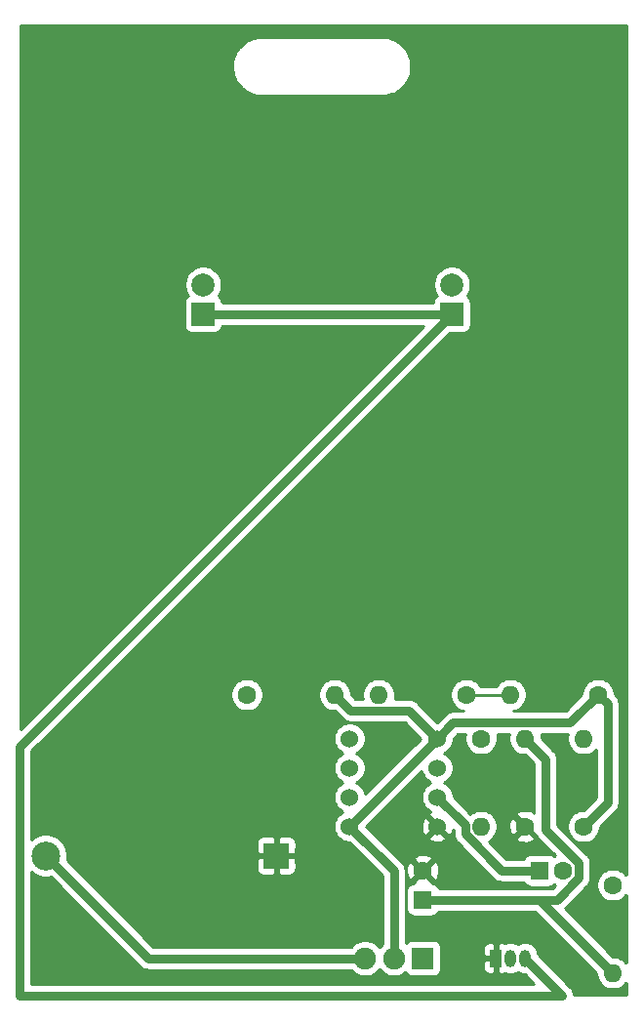
<source format=gtl>
%TF.GenerationSoftware,KiCad,Pcbnew,(5.1.6)-1*%
%TF.CreationDate,2020-09-04T19:50:29+05:30*%
%TF.ProjectId,555_badge,3535355f-6261-4646-9765-2e6b69636164,v01*%
%TF.SameCoordinates,Original*%
%TF.FileFunction,Copper,L1,Top*%
%TF.FilePolarity,Positive*%
%FSLAX46Y46*%
G04 Gerber Fmt 4.6, Leading zero omitted, Abs format (unit mm)*
G04 Created by KiCad (PCBNEW (5.1.6)-1) date 2020-09-04 19:50:29*
%MOMM*%
%LPD*%
G01*
G04 APERTURE LIST*
%TA.AperFunction,ComponentPad*%
%ADD10R,2.170000X2.170000*%
%TD*%
%TA.AperFunction,ComponentPad*%
%ADD11C,2.500000*%
%TD*%
%TA.AperFunction,ComponentPad*%
%ADD12R,1.600000X1.600000*%
%TD*%
%TA.AperFunction,ComponentPad*%
%ADD13C,1.600000*%
%TD*%
%TA.AperFunction,ComponentPad*%
%ADD14C,2.000000*%
%TD*%
%TA.AperFunction,ComponentPad*%
%ADD15R,2.000000X2.000000*%
%TD*%
%TA.AperFunction,ComponentPad*%
%ADD16O,1.000000X1.500000*%
%TD*%
%TA.AperFunction,ComponentPad*%
%ADD17R,1.000000X1.500000*%
%TD*%
%TA.AperFunction,ComponentPad*%
%ADD18O,1.600000X1.600000*%
%TD*%
%TA.AperFunction,ComponentPad*%
%ADD19R,1.900000X1.900000*%
%TD*%
%TA.AperFunction,ComponentPad*%
%ADD20C,1.900000*%
%TD*%
%TA.AperFunction,ComponentPad*%
%ADD21C,1.524000*%
%TD*%
%TA.AperFunction,Conductor*%
%ADD22C,0.762000*%
%TD*%
%TA.AperFunction,Conductor*%
%ADD23C,0.250000*%
%TD*%
%TA.AperFunction,Conductor*%
%ADD24C,0.254000*%
%TD*%
G04 APERTURE END LIST*
D10*
%TO.P,BAT1,Neg*%
%TO.N,GND*%
X149860000Y-114300000D03*
D11*
%TO.P,BAT1,Pos*%
%TO.N,Net-(BAT1-PadPos)*%
X129860000Y-114300000D03*
%TD*%
D12*
%TO.P,C1,1*%
%TO.N,Net-(C1-Pad1)*%
X172720000Y-115570000D03*
D13*
%TO.P,C1,2*%
%TO.N,GND*%
X174720000Y-115570000D03*
%TD*%
D12*
%TO.P,C2,1*%
%TO.N,Net-(C2-Pad1)*%
X162560000Y-118110000D03*
D13*
%TO.P,C2,2*%
%TO.N,GND*%
X162560000Y-115610000D03*
%TD*%
D14*
%TO.P,D1,2*%
%TO.N,Net-(D1-Pad2)*%
X143510000Y-64770000D03*
D15*
%TO.P,D1,1*%
%TO.N,Net-(D1-Pad1)*%
X143510000Y-67310000D03*
%TD*%
%TO.P,D2,1*%
%TO.N,Net-(D1-Pad1)*%
X165100000Y-67310000D03*
D14*
%TO.P,D2,2*%
%TO.N,Net-(D2-Pad2)*%
X165100000Y-64770000D03*
%TD*%
D16*
%TO.P,Q1,2*%
%TO.N,Net-(Q1-Pad2)*%
X170180000Y-123190000D03*
%TO.P,Q1,3*%
%TO.N,Net-(D1-Pad1)*%
X171450000Y-123190000D03*
D17*
%TO.P,Q1,1*%
%TO.N,GND*%
X168910000Y-123190000D03*
%TD*%
D13*
%TO.P,R1,1*%
%TO.N,VCC*%
X177800000Y-100330000D03*
D18*
%TO.P,R1,2*%
%TO.N,Net-(R1-Pad2)*%
X170180000Y-100330000D03*
%TD*%
%TO.P,R2,2*%
%TO.N,Net-(C1-Pad1)*%
X158750000Y-100330000D03*
D13*
%TO.P,R2,1*%
%TO.N,Net-(R1-Pad2)*%
X166370000Y-100330000D03*
%TD*%
D18*
%TO.P,R3,2*%
%TO.N,Net-(R3-Pad2)*%
X167640000Y-111760000D03*
D13*
%TO.P,R3,1*%
%TO.N,Net-(C2-Pad1)*%
X167640000Y-104140000D03*
%TD*%
%TO.P,R4,1*%
%TO.N,GND*%
X171450000Y-111760000D03*
D18*
%TO.P,R4,2*%
%TO.N,Net-(C2-Pad1)*%
X171450000Y-104140000D03*
%TD*%
D13*
%TO.P,R5,1*%
%TO.N,Net-(Q1-Pad2)*%
X179070000Y-116840000D03*
D18*
%TO.P,R5,2*%
%TO.N,Net-(C2-Pad1)*%
X179070000Y-124460000D03*
%TD*%
%TO.P,R6,2*%
%TO.N,VCC*%
X154940000Y-100330000D03*
D13*
%TO.P,R6,1*%
%TO.N,Net-(D1-Pad2)*%
X147320000Y-100330000D03*
%TD*%
%TO.P,R7,1*%
%TO.N,VCC*%
X176530000Y-111760000D03*
D18*
%TO.P,R7,2*%
%TO.N,Net-(D2-Pad2)*%
X176530000Y-104140000D03*
%TD*%
D19*
%TO.P,S1,1*%
%TO.N,Net-(S1-Pad1)*%
X162560000Y-123190000D03*
D20*
%TO.P,S1,2*%
%TO.N,VCC*%
X160060000Y-123190000D03*
%TO.P,S1,3*%
%TO.N,Net-(BAT1-PadPos)*%
X157560000Y-123190000D03*
%TD*%
D21*
%TO.P,U1,1*%
%TO.N,GND*%
X163830000Y-111760000D03*
%TO.P,U1,2*%
%TO.N,Net-(C1-Pad1)*%
X163830000Y-109220000D03*
%TO.P,U1,3*%
%TO.N,Net-(R3-Pad2)*%
X163830000Y-106680000D03*
%TO.P,U1,4*%
%TO.N,VCC*%
X163830000Y-104140000D03*
%TO.P,U1,5*%
%TO.N,Net-(U1-Pad5)*%
X156210000Y-104140000D03*
%TO.P,U1,6*%
%TO.N,Net-(C1-Pad1)*%
X156210000Y-106680000D03*
%TO.P,U1,7*%
%TO.N,Net-(U1-Pad7)*%
X156210000Y-109220000D03*
%TO.P,U1,8*%
%TO.N,VCC*%
X156210000Y-111760000D03*
%TD*%
D22*
%TO.N,Net-(BAT1-PadPos)*%
X138750000Y-123190000D02*
X157560000Y-123190000D01*
X129860000Y-114300000D02*
X138750000Y-123190000D01*
%TO.N,Net-(C1-Pad1)*%
X169406118Y-115570000D02*
X172720000Y-115570000D01*
X166258999Y-112422881D02*
X169406118Y-115570000D01*
X166258999Y-111648999D02*
X166258999Y-112422881D01*
X163830000Y-109220000D02*
X166258999Y-111648999D01*
%TO.N,Net-(C2-Pad1)*%
X172720000Y-118110000D02*
X179070000Y-124460000D01*
X162560000Y-118110000D02*
X172720000Y-118110000D01*
X174223882Y-118110000D02*
X172720000Y-118110000D01*
X176101001Y-116232881D02*
X174223882Y-118110000D01*
X176101001Y-114907119D02*
X176101001Y-116232881D01*
X173228000Y-112034118D02*
X176101001Y-114907119D01*
X173228000Y-105918000D02*
X173228000Y-112034118D01*
X171450000Y-104140000D02*
X173228000Y-105918000D01*
%TO.N,Net-(D1-Pad1)*%
X127593710Y-104816290D02*
X165100000Y-67310000D01*
X127593710Y-126406290D02*
X127593710Y-104816290D01*
X174666290Y-126406290D02*
X127593710Y-126406290D01*
X171450000Y-123190000D02*
X174666290Y-126406290D01*
X143510000Y-67310000D02*
X165100000Y-67310000D01*
%TO.N,VCC*%
X160060000Y-115610000D02*
X156210000Y-111760000D01*
X160060000Y-123190000D02*
X160060000Y-115610000D01*
X156210000Y-111760000D02*
X163830000Y-104140000D01*
X161401001Y-101711001D02*
X163830000Y-104140000D01*
X156321001Y-101711001D02*
X161401001Y-101711001D01*
X154940000Y-100330000D02*
X156321001Y-101711001D01*
X165211001Y-102758999D02*
X163830000Y-104140000D01*
X175371001Y-102758999D02*
X165211001Y-102758999D01*
X177800000Y-100330000D02*
X175371001Y-102758999D01*
X178599999Y-109690001D02*
X176530000Y-111760000D01*
X178599999Y-101129999D02*
X178599999Y-109690001D01*
X177800000Y-100330000D02*
X178599999Y-101129999D01*
X160528000Y-123190000D02*
X160060000Y-123190000D01*
D23*
%TO.N,Net-(R1-Pad2)*%
X166370000Y-100330000D02*
X170180000Y-100330000D01*
%TD*%
D24*
%TO.N,GND*%
G36*
X162486686Y-107087490D02*
G01*
X162591995Y-107341727D01*
X162744880Y-107570535D01*
X162939465Y-107765120D01*
X163168273Y-107918005D01*
X163245515Y-107950000D01*
X163168273Y-107981995D01*
X162939465Y-108134880D01*
X162744880Y-108329465D01*
X162591995Y-108558273D01*
X162486686Y-108812510D01*
X162433000Y-109082408D01*
X162433000Y-109357592D01*
X162486686Y-109627490D01*
X162591995Y-109881727D01*
X162744880Y-110110535D01*
X162939465Y-110305120D01*
X163168273Y-110458005D01*
X163239943Y-110487692D01*
X163226977Y-110492364D01*
X163111020Y-110554344D01*
X163044040Y-110794435D01*
X163830000Y-111580395D01*
X163844143Y-111566253D01*
X164023748Y-111745858D01*
X164009605Y-111760000D01*
X164795565Y-112545960D01*
X165035656Y-112478980D01*
X165152756Y-112229952D01*
X165202524Y-112029365D01*
X165242999Y-112069840D01*
X165242999Y-112372979D01*
X165238084Y-112422881D01*
X165257701Y-112622051D01*
X165305893Y-112780915D01*
X165315798Y-112813568D01*
X165410140Y-112990071D01*
X165537104Y-113144777D01*
X165575867Y-113176589D01*
X168652410Y-116253133D01*
X168684222Y-116291896D01*
X168838928Y-116418860D01*
X169015431Y-116513202D01*
X169147289Y-116553201D01*
X169206946Y-116571298D01*
X169226295Y-116573204D01*
X169356216Y-116586000D01*
X169356223Y-116586000D01*
X169406117Y-116590914D01*
X169456011Y-116586000D01*
X171321950Y-116586000D01*
X171330498Y-116614180D01*
X171389463Y-116724494D01*
X171468815Y-116821185D01*
X171565506Y-116900537D01*
X171675820Y-116959502D01*
X171795518Y-116995812D01*
X171920000Y-117008072D01*
X173520000Y-117008072D01*
X173644482Y-116995812D01*
X173764180Y-116959502D01*
X173874494Y-116900537D01*
X173971185Y-116821185D01*
X173981807Y-116808242D01*
X174054434Y-116842608D01*
X173803042Y-117094000D01*
X172769902Y-117094000D01*
X172720000Y-117089085D01*
X172670098Y-117094000D01*
X163958050Y-117094000D01*
X163949502Y-117065820D01*
X163890537Y-116955506D01*
X163811185Y-116858815D01*
X163714494Y-116779463D01*
X163604180Y-116720498D01*
X163484482Y-116684188D01*
X163360000Y-116671928D01*
X163352785Y-116671928D01*
X163373097Y-116602702D01*
X162560000Y-115789605D01*
X161746903Y-116602702D01*
X161767215Y-116671928D01*
X161760000Y-116671928D01*
X161635518Y-116684188D01*
X161515820Y-116720498D01*
X161405506Y-116779463D01*
X161308815Y-116858815D01*
X161229463Y-116955506D01*
X161170498Y-117065820D01*
X161134188Y-117185518D01*
X161121928Y-117310000D01*
X161121928Y-118910000D01*
X161134188Y-119034482D01*
X161170498Y-119154180D01*
X161229463Y-119264494D01*
X161308815Y-119361185D01*
X161405506Y-119440537D01*
X161515820Y-119499502D01*
X161635518Y-119535812D01*
X161760000Y-119548072D01*
X163360000Y-119548072D01*
X163484482Y-119535812D01*
X163604180Y-119499502D01*
X163714494Y-119440537D01*
X163811185Y-119361185D01*
X163890537Y-119264494D01*
X163949502Y-119154180D01*
X163958050Y-119126000D01*
X172299160Y-119126000D01*
X177635000Y-124461841D01*
X177635000Y-124601335D01*
X177690147Y-124878574D01*
X177798320Y-125139727D01*
X177955363Y-125374759D01*
X178155241Y-125574637D01*
X178390273Y-125731680D01*
X178651426Y-125839853D01*
X178928665Y-125895000D01*
X179211335Y-125895000D01*
X179488574Y-125839853D01*
X179749727Y-125731680D01*
X179984759Y-125574637D01*
X180184637Y-125374759D01*
X180200301Y-125351316D01*
X180200301Y-126352300D01*
X175681887Y-126352300D01*
X175667588Y-126207119D01*
X175609492Y-126015603D01*
X175609492Y-126015602D01*
X175576630Y-125954122D01*
X175515150Y-125839100D01*
X175388186Y-125684394D01*
X175349423Y-125652582D01*
X172585000Y-122888160D01*
X172585000Y-122884249D01*
X172568577Y-122717502D01*
X172503676Y-122503554D01*
X172398284Y-122306377D01*
X172256449Y-122133551D01*
X172083623Y-121991716D01*
X171886447Y-121886324D01*
X171672499Y-121821423D01*
X171450000Y-121799509D01*
X171227502Y-121821423D01*
X171013554Y-121886324D01*
X170816378Y-121991716D01*
X170815001Y-121992846D01*
X170813623Y-121991716D01*
X170616447Y-121886324D01*
X170402499Y-121821423D01*
X170180000Y-121799509D01*
X169957502Y-121821423D01*
X169743554Y-121886324D01*
X169732379Y-121892297D01*
X169654180Y-121850498D01*
X169534482Y-121814188D01*
X169410000Y-121801928D01*
X169195750Y-121805000D01*
X169037000Y-121963750D01*
X169037000Y-123063000D01*
X169045000Y-123063000D01*
X169045000Y-123317000D01*
X169037000Y-123317000D01*
X169037000Y-124416250D01*
X169195750Y-124575000D01*
X169410000Y-124578072D01*
X169534482Y-124565812D01*
X169654180Y-124529502D01*
X169732379Y-124487703D01*
X169743553Y-124493676D01*
X169957501Y-124558577D01*
X170180000Y-124580491D01*
X170402498Y-124558577D01*
X170616446Y-124493676D01*
X170813623Y-124388284D01*
X170815000Y-124387154D01*
X170816377Y-124388284D01*
X171013553Y-124493676D01*
X171227501Y-124558577D01*
X171398587Y-124575427D01*
X172213450Y-125390290D01*
X128609710Y-125390290D01*
X128609710Y-115715503D01*
X128658382Y-115764175D01*
X128967118Y-115970466D01*
X129310166Y-116112561D01*
X129674344Y-116185000D01*
X130045656Y-116185000D01*
X130264608Y-116141448D01*
X137996292Y-123873133D01*
X138028104Y-123911896D01*
X138066865Y-123943706D01*
X138182810Y-124038860D01*
X138359313Y-124133202D01*
X138550829Y-124191298D01*
X138750000Y-124210915D01*
X138799902Y-124206000D01*
X156334471Y-124206000D01*
X156549621Y-124421150D01*
X156809221Y-124594609D01*
X157097673Y-124714089D01*
X157403891Y-124775000D01*
X157716109Y-124775000D01*
X158022327Y-124714089D01*
X158310779Y-124594609D01*
X158570379Y-124421150D01*
X158791150Y-124200379D01*
X158810000Y-124172168D01*
X158828850Y-124200379D01*
X159049621Y-124421150D01*
X159309221Y-124594609D01*
X159597673Y-124714089D01*
X159903891Y-124775000D01*
X160216109Y-124775000D01*
X160522327Y-124714089D01*
X160810779Y-124594609D01*
X161048186Y-124435979D01*
X161079463Y-124494494D01*
X161158815Y-124591185D01*
X161255506Y-124670537D01*
X161365820Y-124729502D01*
X161485518Y-124765812D01*
X161610000Y-124778072D01*
X163510000Y-124778072D01*
X163634482Y-124765812D01*
X163754180Y-124729502D01*
X163864494Y-124670537D01*
X163961185Y-124591185D01*
X164040537Y-124494494D01*
X164099502Y-124384180D01*
X164135812Y-124264482D01*
X164148072Y-124140000D01*
X164148072Y-123940000D01*
X167771928Y-123940000D01*
X167784188Y-124064482D01*
X167820498Y-124184180D01*
X167879463Y-124294494D01*
X167958815Y-124391185D01*
X168055506Y-124470537D01*
X168165820Y-124529502D01*
X168285518Y-124565812D01*
X168410000Y-124578072D01*
X168624250Y-124575000D01*
X168783000Y-124416250D01*
X168783000Y-123317000D01*
X167933750Y-123317000D01*
X167775000Y-123475750D01*
X167771928Y-123940000D01*
X164148072Y-123940000D01*
X164148072Y-122440000D01*
X167771928Y-122440000D01*
X167775000Y-122904250D01*
X167933750Y-123063000D01*
X168783000Y-123063000D01*
X168783000Y-121963750D01*
X168624250Y-121805000D01*
X168410000Y-121801928D01*
X168285518Y-121814188D01*
X168165820Y-121850498D01*
X168055506Y-121909463D01*
X167958815Y-121988815D01*
X167879463Y-122085506D01*
X167820498Y-122195820D01*
X167784188Y-122315518D01*
X167771928Y-122440000D01*
X164148072Y-122440000D01*
X164148072Y-122240000D01*
X164135812Y-122115518D01*
X164099502Y-121995820D01*
X164040537Y-121885506D01*
X163961185Y-121788815D01*
X163864494Y-121709463D01*
X163754180Y-121650498D01*
X163634482Y-121614188D01*
X163510000Y-121601928D01*
X161610000Y-121601928D01*
X161485518Y-121614188D01*
X161365820Y-121650498D01*
X161255506Y-121709463D01*
X161158815Y-121788815D01*
X161079463Y-121885506D01*
X161076000Y-121891985D01*
X161076000Y-115680512D01*
X161119783Y-115680512D01*
X161161213Y-115960130D01*
X161256397Y-116226292D01*
X161323329Y-116351514D01*
X161567298Y-116423097D01*
X162380395Y-115610000D01*
X162739605Y-115610000D01*
X163552702Y-116423097D01*
X163796671Y-116351514D01*
X163917571Y-116096004D01*
X163986300Y-115821816D01*
X164000217Y-115539488D01*
X163958787Y-115259870D01*
X163863603Y-114993708D01*
X163796671Y-114868486D01*
X163552702Y-114796903D01*
X162739605Y-115610000D01*
X162380395Y-115610000D01*
X161567298Y-114796903D01*
X161323329Y-114868486D01*
X161202429Y-115123996D01*
X161133700Y-115398184D01*
X161119783Y-115680512D01*
X161076000Y-115680512D01*
X161076000Y-115659893D01*
X161080914Y-115609999D01*
X161076000Y-115560105D01*
X161076000Y-115560098D01*
X161061298Y-115410829D01*
X161003202Y-115219313D01*
X160908860Y-115042810D01*
X160781896Y-114888104D01*
X160743133Y-114856292D01*
X160504139Y-114617298D01*
X161746903Y-114617298D01*
X162560000Y-115430395D01*
X163373097Y-114617298D01*
X163301514Y-114373329D01*
X163046004Y-114252429D01*
X162771816Y-114183700D01*
X162489488Y-114169783D01*
X162209870Y-114211213D01*
X161943708Y-114306397D01*
X161818486Y-114373329D01*
X161746903Y-114617298D01*
X160504139Y-114617298D01*
X158612406Y-112725565D01*
X163044040Y-112725565D01*
X163111020Y-112965656D01*
X163360048Y-113082756D01*
X163627135Y-113149023D01*
X163902017Y-113161910D01*
X164174133Y-113120922D01*
X164433023Y-113027636D01*
X164548980Y-112965656D01*
X164615960Y-112725565D01*
X163830000Y-111939605D01*
X163044040Y-112725565D01*
X158612406Y-112725565D01*
X157718858Y-111832017D01*
X162428090Y-111832017D01*
X162469078Y-112104133D01*
X162562364Y-112363023D01*
X162624344Y-112478980D01*
X162864435Y-112545960D01*
X163650395Y-111760000D01*
X162864435Y-110974040D01*
X162624344Y-111041020D01*
X162507244Y-111290048D01*
X162440977Y-111557135D01*
X162428090Y-111832017D01*
X157718858Y-111832017D01*
X157646840Y-111760000D01*
X162458923Y-106947917D01*
X162486686Y-107087490D01*
G37*
X162486686Y-107087490D02*
X162591995Y-107341727D01*
X162744880Y-107570535D01*
X162939465Y-107765120D01*
X163168273Y-107918005D01*
X163245515Y-107950000D01*
X163168273Y-107981995D01*
X162939465Y-108134880D01*
X162744880Y-108329465D01*
X162591995Y-108558273D01*
X162486686Y-108812510D01*
X162433000Y-109082408D01*
X162433000Y-109357592D01*
X162486686Y-109627490D01*
X162591995Y-109881727D01*
X162744880Y-110110535D01*
X162939465Y-110305120D01*
X163168273Y-110458005D01*
X163239943Y-110487692D01*
X163226977Y-110492364D01*
X163111020Y-110554344D01*
X163044040Y-110794435D01*
X163830000Y-111580395D01*
X163844143Y-111566253D01*
X164023748Y-111745858D01*
X164009605Y-111760000D01*
X164795565Y-112545960D01*
X165035656Y-112478980D01*
X165152756Y-112229952D01*
X165202524Y-112029365D01*
X165242999Y-112069840D01*
X165242999Y-112372979D01*
X165238084Y-112422881D01*
X165257701Y-112622051D01*
X165305893Y-112780915D01*
X165315798Y-112813568D01*
X165410140Y-112990071D01*
X165537104Y-113144777D01*
X165575867Y-113176589D01*
X168652410Y-116253133D01*
X168684222Y-116291896D01*
X168838928Y-116418860D01*
X169015431Y-116513202D01*
X169147289Y-116553201D01*
X169206946Y-116571298D01*
X169226295Y-116573204D01*
X169356216Y-116586000D01*
X169356223Y-116586000D01*
X169406117Y-116590914D01*
X169456011Y-116586000D01*
X171321950Y-116586000D01*
X171330498Y-116614180D01*
X171389463Y-116724494D01*
X171468815Y-116821185D01*
X171565506Y-116900537D01*
X171675820Y-116959502D01*
X171795518Y-116995812D01*
X171920000Y-117008072D01*
X173520000Y-117008072D01*
X173644482Y-116995812D01*
X173764180Y-116959502D01*
X173874494Y-116900537D01*
X173971185Y-116821185D01*
X173981807Y-116808242D01*
X174054434Y-116842608D01*
X173803042Y-117094000D01*
X172769902Y-117094000D01*
X172720000Y-117089085D01*
X172670098Y-117094000D01*
X163958050Y-117094000D01*
X163949502Y-117065820D01*
X163890537Y-116955506D01*
X163811185Y-116858815D01*
X163714494Y-116779463D01*
X163604180Y-116720498D01*
X163484482Y-116684188D01*
X163360000Y-116671928D01*
X163352785Y-116671928D01*
X163373097Y-116602702D01*
X162560000Y-115789605D01*
X161746903Y-116602702D01*
X161767215Y-116671928D01*
X161760000Y-116671928D01*
X161635518Y-116684188D01*
X161515820Y-116720498D01*
X161405506Y-116779463D01*
X161308815Y-116858815D01*
X161229463Y-116955506D01*
X161170498Y-117065820D01*
X161134188Y-117185518D01*
X161121928Y-117310000D01*
X161121928Y-118910000D01*
X161134188Y-119034482D01*
X161170498Y-119154180D01*
X161229463Y-119264494D01*
X161308815Y-119361185D01*
X161405506Y-119440537D01*
X161515820Y-119499502D01*
X161635518Y-119535812D01*
X161760000Y-119548072D01*
X163360000Y-119548072D01*
X163484482Y-119535812D01*
X163604180Y-119499502D01*
X163714494Y-119440537D01*
X163811185Y-119361185D01*
X163890537Y-119264494D01*
X163949502Y-119154180D01*
X163958050Y-119126000D01*
X172299160Y-119126000D01*
X177635000Y-124461841D01*
X177635000Y-124601335D01*
X177690147Y-124878574D01*
X177798320Y-125139727D01*
X177955363Y-125374759D01*
X178155241Y-125574637D01*
X178390273Y-125731680D01*
X178651426Y-125839853D01*
X178928665Y-125895000D01*
X179211335Y-125895000D01*
X179488574Y-125839853D01*
X179749727Y-125731680D01*
X179984759Y-125574637D01*
X180184637Y-125374759D01*
X180200301Y-125351316D01*
X180200301Y-126352300D01*
X175681887Y-126352300D01*
X175667588Y-126207119D01*
X175609492Y-126015603D01*
X175609492Y-126015602D01*
X175576630Y-125954122D01*
X175515150Y-125839100D01*
X175388186Y-125684394D01*
X175349423Y-125652582D01*
X172585000Y-122888160D01*
X172585000Y-122884249D01*
X172568577Y-122717502D01*
X172503676Y-122503554D01*
X172398284Y-122306377D01*
X172256449Y-122133551D01*
X172083623Y-121991716D01*
X171886447Y-121886324D01*
X171672499Y-121821423D01*
X171450000Y-121799509D01*
X171227502Y-121821423D01*
X171013554Y-121886324D01*
X170816378Y-121991716D01*
X170815001Y-121992846D01*
X170813623Y-121991716D01*
X170616447Y-121886324D01*
X170402499Y-121821423D01*
X170180000Y-121799509D01*
X169957502Y-121821423D01*
X169743554Y-121886324D01*
X169732379Y-121892297D01*
X169654180Y-121850498D01*
X169534482Y-121814188D01*
X169410000Y-121801928D01*
X169195750Y-121805000D01*
X169037000Y-121963750D01*
X169037000Y-123063000D01*
X169045000Y-123063000D01*
X169045000Y-123317000D01*
X169037000Y-123317000D01*
X169037000Y-124416250D01*
X169195750Y-124575000D01*
X169410000Y-124578072D01*
X169534482Y-124565812D01*
X169654180Y-124529502D01*
X169732379Y-124487703D01*
X169743553Y-124493676D01*
X169957501Y-124558577D01*
X170180000Y-124580491D01*
X170402498Y-124558577D01*
X170616446Y-124493676D01*
X170813623Y-124388284D01*
X170815000Y-124387154D01*
X170816377Y-124388284D01*
X171013553Y-124493676D01*
X171227501Y-124558577D01*
X171398587Y-124575427D01*
X172213450Y-125390290D01*
X128609710Y-125390290D01*
X128609710Y-115715503D01*
X128658382Y-115764175D01*
X128967118Y-115970466D01*
X129310166Y-116112561D01*
X129674344Y-116185000D01*
X130045656Y-116185000D01*
X130264608Y-116141448D01*
X137996292Y-123873133D01*
X138028104Y-123911896D01*
X138066865Y-123943706D01*
X138182810Y-124038860D01*
X138359313Y-124133202D01*
X138550829Y-124191298D01*
X138750000Y-124210915D01*
X138799902Y-124206000D01*
X156334471Y-124206000D01*
X156549621Y-124421150D01*
X156809221Y-124594609D01*
X157097673Y-124714089D01*
X157403891Y-124775000D01*
X157716109Y-124775000D01*
X158022327Y-124714089D01*
X158310779Y-124594609D01*
X158570379Y-124421150D01*
X158791150Y-124200379D01*
X158810000Y-124172168D01*
X158828850Y-124200379D01*
X159049621Y-124421150D01*
X159309221Y-124594609D01*
X159597673Y-124714089D01*
X159903891Y-124775000D01*
X160216109Y-124775000D01*
X160522327Y-124714089D01*
X160810779Y-124594609D01*
X161048186Y-124435979D01*
X161079463Y-124494494D01*
X161158815Y-124591185D01*
X161255506Y-124670537D01*
X161365820Y-124729502D01*
X161485518Y-124765812D01*
X161610000Y-124778072D01*
X163510000Y-124778072D01*
X163634482Y-124765812D01*
X163754180Y-124729502D01*
X163864494Y-124670537D01*
X163961185Y-124591185D01*
X164040537Y-124494494D01*
X164099502Y-124384180D01*
X164135812Y-124264482D01*
X164148072Y-124140000D01*
X164148072Y-123940000D01*
X167771928Y-123940000D01*
X167784188Y-124064482D01*
X167820498Y-124184180D01*
X167879463Y-124294494D01*
X167958815Y-124391185D01*
X168055506Y-124470537D01*
X168165820Y-124529502D01*
X168285518Y-124565812D01*
X168410000Y-124578072D01*
X168624250Y-124575000D01*
X168783000Y-124416250D01*
X168783000Y-123317000D01*
X167933750Y-123317000D01*
X167775000Y-123475750D01*
X167771928Y-123940000D01*
X164148072Y-123940000D01*
X164148072Y-122440000D01*
X167771928Y-122440000D01*
X167775000Y-122904250D01*
X167933750Y-123063000D01*
X168783000Y-123063000D01*
X168783000Y-121963750D01*
X168624250Y-121805000D01*
X168410000Y-121801928D01*
X168285518Y-121814188D01*
X168165820Y-121850498D01*
X168055506Y-121909463D01*
X167958815Y-121988815D01*
X167879463Y-122085506D01*
X167820498Y-122195820D01*
X167784188Y-122315518D01*
X167771928Y-122440000D01*
X164148072Y-122440000D01*
X164148072Y-122240000D01*
X164135812Y-122115518D01*
X164099502Y-121995820D01*
X164040537Y-121885506D01*
X163961185Y-121788815D01*
X163864494Y-121709463D01*
X163754180Y-121650498D01*
X163634482Y-121614188D01*
X163510000Y-121601928D01*
X161610000Y-121601928D01*
X161485518Y-121614188D01*
X161365820Y-121650498D01*
X161255506Y-121709463D01*
X161158815Y-121788815D01*
X161079463Y-121885506D01*
X161076000Y-121891985D01*
X161076000Y-115680512D01*
X161119783Y-115680512D01*
X161161213Y-115960130D01*
X161256397Y-116226292D01*
X161323329Y-116351514D01*
X161567298Y-116423097D01*
X162380395Y-115610000D01*
X162739605Y-115610000D01*
X163552702Y-116423097D01*
X163796671Y-116351514D01*
X163917571Y-116096004D01*
X163986300Y-115821816D01*
X164000217Y-115539488D01*
X163958787Y-115259870D01*
X163863603Y-114993708D01*
X163796671Y-114868486D01*
X163552702Y-114796903D01*
X162739605Y-115610000D01*
X162380395Y-115610000D01*
X161567298Y-114796903D01*
X161323329Y-114868486D01*
X161202429Y-115123996D01*
X161133700Y-115398184D01*
X161119783Y-115680512D01*
X161076000Y-115680512D01*
X161076000Y-115659893D01*
X161080914Y-115609999D01*
X161076000Y-115560105D01*
X161076000Y-115560098D01*
X161061298Y-115410829D01*
X161003202Y-115219313D01*
X160908860Y-115042810D01*
X160781896Y-114888104D01*
X160743133Y-114856292D01*
X160504139Y-114617298D01*
X161746903Y-114617298D01*
X162560000Y-115430395D01*
X163373097Y-114617298D01*
X163301514Y-114373329D01*
X163046004Y-114252429D01*
X162771816Y-114183700D01*
X162489488Y-114169783D01*
X162209870Y-114211213D01*
X161943708Y-114306397D01*
X161818486Y-114373329D01*
X161746903Y-114617298D01*
X160504139Y-114617298D01*
X158612406Y-112725565D01*
X163044040Y-112725565D01*
X163111020Y-112965656D01*
X163360048Y-113082756D01*
X163627135Y-113149023D01*
X163902017Y-113161910D01*
X164174133Y-113120922D01*
X164433023Y-113027636D01*
X164548980Y-112965656D01*
X164615960Y-112725565D01*
X163830000Y-111939605D01*
X163044040Y-112725565D01*
X158612406Y-112725565D01*
X157718858Y-111832017D01*
X162428090Y-111832017D01*
X162469078Y-112104133D01*
X162562364Y-112363023D01*
X162624344Y-112478980D01*
X162864435Y-112545960D01*
X163650395Y-111760000D01*
X162864435Y-110974040D01*
X162624344Y-111041020D01*
X162507244Y-111290048D01*
X162440977Y-111557135D01*
X162428090Y-111832017D01*
X157718858Y-111832017D01*
X157646840Y-111760000D01*
X162458923Y-106947917D01*
X162486686Y-107087490D01*
G36*
X180200301Y-115948684D02*
G01*
X180184637Y-115925241D01*
X179984759Y-115725363D01*
X179749727Y-115568320D01*
X179488574Y-115460147D01*
X179211335Y-115405000D01*
X178928665Y-115405000D01*
X178651426Y-115460147D01*
X178390273Y-115568320D01*
X178155241Y-115725363D01*
X177955363Y-115925241D01*
X177798320Y-116160273D01*
X177690147Y-116421426D01*
X177635000Y-116698665D01*
X177635000Y-116981335D01*
X177690147Y-117258574D01*
X177798320Y-117519727D01*
X177955363Y-117754759D01*
X178155241Y-117954637D01*
X178390273Y-118111680D01*
X178651426Y-118219853D01*
X178928665Y-118275000D01*
X179211335Y-118275000D01*
X179488574Y-118219853D01*
X179749727Y-118111680D01*
X179984759Y-117954637D01*
X180184637Y-117754759D01*
X180200301Y-117731316D01*
X180200301Y-123568684D01*
X180184637Y-123545241D01*
X179984759Y-123345363D01*
X179749727Y-123188320D01*
X179488574Y-123080147D01*
X179211335Y-123025000D01*
X179071841Y-123025000D01*
X174908956Y-118862115D01*
X174945778Y-118831896D01*
X174977594Y-118793128D01*
X176784134Y-116986589D01*
X176822897Y-116954777D01*
X176949861Y-116800071D01*
X177044203Y-116623568D01*
X177102299Y-116432052D01*
X177117001Y-116282783D01*
X177121916Y-116232882D01*
X177117001Y-116182980D01*
X177117001Y-114957021D01*
X177121916Y-114907119D01*
X177102299Y-114707948D01*
X177077682Y-114626798D01*
X177044203Y-114516432D01*
X176949861Y-114339929D01*
X176822897Y-114185223D01*
X176784134Y-114153411D01*
X174244000Y-111613278D01*
X174244000Y-105967902D01*
X174248915Y-105918000D01*
X174229298Y-105718829D01*
X174171202Y-105527313D01*
X174147684Y-105483314D01*
X174076860Y-105350810D01*
X173949896Y-105196104D01*
X173911133Y-105164292D01*
X172885000Y-104138160D01*
X172885000Y-103998665D01*
X172840509Y-103774999D01*
X175139491Y-103774999D01*
X175095000Y-103998665D01*
X175095000Y-104281335D01*
X175150147Y-104558574D01*
X175258320Y-104819727D01*
X175415363Y-105054759D01*
X175615241Y-105254637D01*
X175850273Y-105411680D01*
X176111426Y-105519853D01*
X176388665Y-105575000D01*
X176671335Y-105575000D01*
X176948574Y-105519853D01*
X177209727Y-105411680D01*
X177444759Y-105254637D01*
X177583999Y-105115397D01*
X177584000Y-109269159D01*
X176528160Y-110325000D01*
X176388665Y-110325000D01*
X176111426Y-110380147D01*
X175850273Y-110488320D01*
X175615241Y-110645363D01*
X175415363Y-110845241D01*
X175258320Y-111080273D01*
X175150147Y-111341426D01*
X175095000Y-111618665D01*
X175095000Y-111901335D01*
X175150147Y-112178574D01*
X175258320Y-112439727D01*
X175415363Y-112674759D01*
X175615241Y-112874637D01*
X175850273Y-113031680D01*
X176111426Y-113139853D01*
X176388665Y-113195000D01*
X176671335Y-113195000D01*
X176948574Y-113139853D01*
X177209727Y-113031680D01*
X177444759Y-112874637D01*
X177644637Y-112674759D01*
X177801680Y-112439727D01*
X177909853Y-112178574D01*
X177965000Y-111901335D01*
X177965000Y-111761840D01*
X179283132Y-110443709D01*
X179321895Y-110411897D01*
X179448859Y-110257191D01*
X179543201Y-110080688D01*
X179601297Y-109889172D01*
X179615999Y-109739903D01*
X179620914Y-109690001D01*
X179615999Y-109640099D01*
X179615999Y-101179892D01*
X179620913Y-101129998D01*
X179615999Y-101080104D01*
X179615999Y-101080097D01*
X179601297Y-100930828D01*
X179543201Y-100739312D01*
X179448859Y-100562809D01*
X179321895Y-100408103D01*
X179283132Y-100376291D01*
X179235000Y-100328159D01*
X179235000Y-100188665D01*
X179179853Y-99911426D01*
X179071680Y-99650273D01*
X178914637Y-99415241D01*
X178714759Y-99215363D01*
X178479727Y-99058320D01*
X178218574Y-98950147D01*
X177941335Y-98895000D01*
X177658665Y-98895000D01*
X177381426Y-98950147D01*
X177120273Y-99058320D01*
X176885241Y-99215363D01*
X176685363Y-99415241D01*
X176528320Y-99650273D01*
X176420147Y-99911426D01*
X176365000Y-100188665D01*
X176365000Y-100328159D01*
X174950161Y-101742999D01*
X170431940Y-101742999D01*
X170598574Y-101709853D01*
X170859727Y-101601680D01*
X171094759Y-101444637D01*
X171294637Y-101244759D01*
X171451680Y-101009727D01*
X171559853Y-100748574D01*
X171615000Y-100471335D01*
X171615000Y-100188665D01*
X171559853Y-99911426D01*
X171451680Y-99650273D01*
X171294637Y-99415241D01*
X171094759Y-99215363D01*
X170859727Y-99058320D01*
X170598574Y-98950147D01*
X170321335Y-98895000D01*
X170038665Y-98895000D01*
X169761426Y-98950147D01*
X169500273Y-99058320D01*
X169265241Y-99215363D01*
X169065363Y-99415241D01*
X168961957Y-99570000D01*
X167588043Y-99570000D01*
X167484637Y-99415241D01*
X167284759Y-99215363D01*
X167049727Y-99058320D01*
X166788574Y-98950147D01*
X166511335Y-98895000D01*
X166228665Y-98895000D01*
X165951426Y-98950147D01*
X165690273Y-99058320D01*
X165455241Y-99215363D01*
X165255363Y-99415241D01*
X165098320Y-99650273D01*
X164990147Y-99911426D01*
X164935000Y-100188665D01*
X164935000Y-100471335D01*
X164990147Y-100748574D01*
X165098320Y-101009727D01*
X165255363Y-101244759D01*
X165455241Y-101444637D01*
X165690273Y-101601680D01*
X165951426Y-101709853D01*
X166118060Y-101742999D01*
X165260894Y-101742999D01*
X165211000Y-101738085D01*
X165161106Y-101742999D01*
X165161099Y-101742999D01*
X165031178Y-101755795D01*
X165011829Y-101757701D01*
X164953733Y-101775325D01*
X164820314Y-101815797D01*
X164643811Y-101910139D01*
X164489105Y-102037103D01*
X164457294Y-102075865D01*
X163830000Y-102703159D01*
X162154713Y-101027873D01*
X162122897Y-100989105D01*
X161968191Y-100862141D01*
X161791688Y-100767799D01*
X161600172Y-100709703D01*
X161450903Y-100695001D01*
X161401001Y-100690086D01*
X161351099Y-100695001D01*
X160140509Y-100695001D01*
X160185000Y-100471335D01*
X160185000Y-100188665D01*
X160129853Y-99911426D01*
X160021680Y-99650273D01*
X159864637Y-99415241D01*
X159664759Y-99215363D01*
X159429727Y-99058320D01*
X159168574Y-98950147D01*
X158891335Y-98895000D01*
X158608665Y-98895000D01*
X158331426Y-98950147D01*
X158070273Y-99058320D01*
X157835241Y-99215363D01*
X157635363Y-99415241D01*
X157478320Y-99650273D01*
X157370147Y-99911426D01*
X157315000Y-100188665D01*
X157315000Y-100471335D01*
X157359491Y-100695001D01*
X156741842Y-100695001D01*
X156375000Y-100328159D01*
X156375000Y-100188665D01*
X156319853Y-99911426D01*
X156211680Y-99650273D01*
X156054637Y-99415241D01*
X155854759Y-99215363D01*
X155619727Y-99058320D01*
X155358574Y-98950147D01*
X155081335Y-98895000D01*
X154798665Y-98895000D01*
X154521426Y-98950147D01*
X154260273Y-99058320D01*
X154025241Y-99215363D01*
X153825363Y-99415241D01*
X153668320Y-99650273D01*
X153560147Y-99911426D01*
X153505000Y-100188665D01*
X153505000Y-100471335D01*
X153560147Y-100748574D01*
X153668320Y-101009727D01*
X153825363Y-101244759D01*
X154025241Y-101444637D01*
X154260273Y-101601680D01*
X154521426Y-101709853D01*
X154798665Y-101765000D01*
X154938159Y-101765000D01*
X155567293Y-102394134D01*
X155599105Y-102432897D01*
X155753811Y-102559861D01*
X155930314Y-102654203D01*
X156063733Y-102694675D01*
X156121829Y-102712299D01*
X156141178Y-102714205D01*
X156271099Y-102727001D01*
X156271106Y-102727001D01*
X156321000Y-102731915D01*
X156370894Y-102727001D01*
X160980161Y-102727001D01*
X162393159Y-104140000D01*
X157581077Y-108952083D01*
X157553314Y-108812510D01*
X157448005Y-108558273D01*
X157295120Y-108329465D01*
X157100535Y-108134880D01*
X156871727Y-107981995D01*
X156794485Y-107950000D01*
X156871727Y-107918005D01*
X157100535Y-107765120D01*
X157295120Y-107570535D01*
X157448005Y-107341727D01*
X157553314Y-107087490D01*
X157607000Y-106817592D01*
X157607000Y-106542408D01*
X157553314Y-106272510D01*
X157448005Y-106018273D01*
X157295120Y-105789465D01*
X157100535Y-105594880D01*
X156871727Y-105441995D01*
X156794485Y-105410000D01*
X156871727Y-105378005D01*
X157100535Y-105225120D01*
X157295120Y-105030535D01*
X157448005Y-104801727D01*
X157553314Y-104547490D01*
X157607000Y-104277592D01*
X157607000Y-104002408D01*
X157553314Y-103732510D01*
X157448005Y-103478273D01*
X157295120Y-103249465D01*
X157100535Y-103054880D01*
X156871727Y-102901995D01*
X156617490Y-102796686D01*
X156347592Y-102743000D01*
X156072408Y-102743000D01*
X155802510Y-102796686D01*
X155548273Y-102901995D01*
X155319465Y-103054880D01*
X155124880Y-103249465D01*
X154971995Y-103478273D01*
X154866686Y-103732510D01*
X154813000Y-104002408D01*
X154813000Y-104277592D01*
X154866686Y-104547490D01*
X154971995Y-104801727D01*
X155124880Y-105030535D01*
X155319465Y-105225120D01*
X155548273Y-105378005D01*
X155625515Y-105410000D01*
X155548273Y-105441995D01*
X155319465Y-105594880D01*
X155124880Y-105789465D01*
X154971995Y-106018273D01*
X154866686Y-106272510D01*
X154813000Y-106542408D01*
X154813000Y-106817592D01*
X154866686Y-107087490D01*
X154971995Y-107341727D01*
X155124880Y-107570535D01*
X155319465Y-107765120D01*
X155548273Y-107918005D01*
X155625515Y-107950000D01*
X155548273Y-107981995D01*
X155319465Y-108134880D01*
X155124880Y-108329465D01*
X154971995Y-108558273D01*
X154866686Y-108812510D01*
X154813000Y-109082408D01*
X154813000Y-109357592D01*
X154866686Y-109627490D01*
X154971995Y-109881727D01*
X155124880Y-110110535D01*
X155319465Y-110305120D01*
X155548273Y-110458005D01*
X155625515Y-110490000D01*
X155548273Y-110521995D01*
X155319465Y-110674880D01*
X155124880Y-110869465D01*
X154971995Y-111098273D01*
X154866686Y-111352510D01*
X154813000Y-111622408D01*
X154813000Y-111897592D01*
X154866686Y-112167490D01*
X154971995Y-112421727D01*
X155124880Y-112650535D01*
X155319465Y-112845120D01*
X155548273Y-112998005D01*
X155802510Y-113103314D01*
X156072408Y-113157000D01*
X156170160Y-113157000D01*
X159044001Y-116030842D01*
X159044000Y-121964471D01*
X158828850Y-122179621D01*
X158810000Y-122207832D01*
X158791150Y-122179621D01*
X158570379Y-121958850D01*
X158310779Y-121785391D01*
X158022327Y-121665911D01*
X157716109Y-121605000D01*
X157403891Y-121605000D01*
X157097673Y-121665911D01*
X156809221Y-121785391D01*
X156549621Y-121958850D01*
X156334471Y-122174000D01*
X139170841Y-122174000D01*
X132381841Y-115385000D01*
X148136928Y-115385000D01*
X148149188Y-115509482D01*
X148185498Y-115629180D01*
X148244463Y-115739494D01*
X148323815Y-115836185D01*
X148420506Y-115915537D01*
X148530820Y-115974502D01*
X148650518Y-116010812D01*
X148775000Y-116023072D01*
X149574250Y-116020000D01*
X149733000Y-115861250D01*
X149733000Y-114427000D01*
X149987000Y-114427000D01*
X149987000Y-115861250D01*
X150145750Y-116020000D01*
X150945000Y-116023072D01*
X151069482Y-116010812D01*
X151189180Y-115974502D01*
X151299494Y-115915537D01*
X151396185Y-115836185D01*
X151475537Y-115739494D01*
X151534502Y-115629180D01*
X151570812Y-115509482D01*
X151583072Y-115385000D01*
X151580000Y-114585750D01*
X151421250Y-114427000D01*
X149987000Y-114427000D01*
X149733000Y-114427000D01*
X148298750Y-114427000D01*
X148140000Y-114585750D01*
X148136928Y-115385000D01*
X132381841Y-115385000D01*
X131701448Y-114704608D01*
X131745000Y-114485656D01*
X131745000Y-114114344D01*
X131672561Y-113750166D01*
X131530466Y-113407118D01*
X131402097Y-113215000D01*
X148136928Y-113215000D01*
X148140000Y-114014250D01*
X148298750Y-114173000D01*
X149733000Y-114173000D01*
X149733000Y-112738750D01*
X149987000Y-112738750D01*
X149987000Y-114173000D01*
X151421250Y-114173000D01*
X151580000Y-114014250D01*
X151583072Y-113215000D01*
X151570812Y-113090518D01*
X151534502Y-112970820D01*
X151475537Y-112860506D01*
X151396185Y-112763815D01*
X151299494Y-112684463D01*
X151189180Y-112625498D01*
X151069482Y-112589188D01*
X150945000Y-112576928D01*
X150145750Y-112580000D01*
X149987000Y-112738750D01*
X149733000Y-112738750D01*
X149574250Y-112580000D01*
X148775000Y-112576928D01*
X148650518Y-112589188D01*
X148530820Y-112625498D01*
X148420506Y-112684463D01*
X148323815Y-112763815D01*
X148244463Y-112860506D01*
X148185498Y-112970820D01*
X148149188Y-113090518D01*
X148136928Y-113215000D01*
X131402097Y-113215000D01*
X131324175Y-113098382D01*
X131061618Y-112835825D01*
X130752882Y-112629534D01*
X130409834Y-112487439D01*
X130045656Y-112415000D01*
X129674344Y-112415000D01*
X129310166Y-112487439D01*
X128967118Y-112629534D01*
X128658382Y-112835825D01*
X128609710Y-112884497D01*
X128609710Y-105237130D01*
X133658175Y-100188665D01*
X145885000Y-100188665D01*
X145885000Y-100471335D01*
X145940147Y-100748574D01*
X146048320Y-101009727D01*
X146205363Y-101244759D01*
X146405241Y-101444637D01*
X146640273Y-101601680D01*
X146901426Y-101709853D01*
X147178665Y-101765000D01*
X147461335Y-101765000D01*
X147738574Y-101709853D01*
X147999727Y-101601680D01*
X148234759Y-101444637D01*
X148434637Y-101244759D01*
X148591680Y-101009727D01*
X148699853Y-100748574D01*
X148755000Y-100471335D01*
X148755000Y-100188665D01*
X148699853Y-99911426D01*
X148591680Y-99650273D01*
X148434637Y-99415241D01*
X148234759Y-99215363D01*
X147999727Y-99058320D01*
X147738574Y-98950147D01*
X147461335Y-98895000D01*
X147178665Y-98895000D01*
X146901426Y-98950147D01*
X146640273Y-99058320D01*
X146405241Y-99215363D01*
X146205363Y-99415241D01*
X146048320Y-99650273D01*
X145940147Y-99911426D01*
X145885000Y-100188665D01*
X133658175Y-100188665D01*
X164898769Y-68948072D01*
X166100000Y-68948072D01*
X166224482Y-68935812D01*
X166344180Y-68899502D01*
X166454494Y-68840537D01*
X166551185Y-68761185D01*
X166630537Y-68664494D01*
X166689502Y-68554180D01*
X166725812Y-68434482D01*
X166738072Y-68310000D01*
X166738072Y-66310000D01*
X166725812Y-66185518D01*
X166689502Y-66065820D01*
X166630537Y-65955506D01*
X166551185Y-65858815D01*
X166454494Y-65779463D01*
X166408370Y-65754809D01*
X166548918Y-65544463D01*
X166672168Y-65246912D01*
X166735000Y-64931033D01*
X166735000Y-64608967D01*
X166672168Y-64293088D01*
X166548918Y-63995537D01*
X166369987Y-63727748D01*
X166142252Y-63500013D01*
X165874463Y-63321082D01*
X165576912Y-63197832D01*
X165261033Y-63135000D01*
X164938967Y-63135000D01*
X164623088Y-63197832D01*
X164325537Y-63321082D01*
X164057748Y-63500013D01*
X163830013Y-63727748D01*
X163651082Y-63995537D01*
X163527832Y-64293088D01*
X163465000Y-64608967D01*
X163465000Y-64931033D01*
X163527832Y-65246912D01*
X163651082Y-65544463D01*
X163791630Y-65754809D01*
X163745506Y-65779463D01*
X163648815Y-65858815D01*
X163569463Y-65955506D01*
X163510498Y-66065820D01*
X163474188Y-66185518D01*
X163463504Y-66294000D01*
X145146496Y-66294000D01*
X145135812Y-66185518D01*
X145099502Y-66065820D01*
X145040537Y-65955506D01*
X144961185Y-65858815D01*
X144864494Y-65779463D01*
X144818370Y-65754809D01*
X144958918Y-65544463D01*
X145082168Y-65246912D01*
X145145000Y-64931033D01*
X145145000Y-64608967D01*
X145082168Y-64293088D01*
X144958918Y-63995537D01*
X144779987Y-63727748D01*
X144552252Y-63500013D01*
X144284463Y-63321082D01*
X143986912Y-63197832D01*
X143671033Y-63135000D01*
X143348967Y-63135000D01*
X143033088Y-63197832D01*
X142735537Y-63321082D01*
X142467748Y-63500013D01*
X142240013Y-63727748D01*
X142061082Y-63995537D01*
X141937832Y-64293088D01*
X141875000Y-64608967D01*
X141875000Y-64931033D01*
X141937832Y-65246912D01*
X142061082Y-65544463D01*
X142201630Y-65754809D01*
X142155506Y-65779463D01*
X142058815Y-65858815D01*
X141979463Y-65955506D01*
X141920498Y-66065820D01*
X141884188Y-66185518D01*
X141871928Y-66310000D01*
X141871928Y-68310000D01*
X141884188Y-68434482D01*
X141920498Y-68554180D01*
X141979463Y-68664494D01*
X142058815Y-68761185D01*
X142155506Y-68840537D01*
X142265820Y-68899502D01*
X142385518Y-68935812D01*
X142510000Y-68948072D01*
X144510000Y-68948072D01*
X144634482Y-68935812D01*
X144754180Y-68899502D01*
X144864494Y-68840537D01*
X144961185Y-68761185D01*
X145040537Y-68664494D01*
X145099502Y-68554180D01*
X145135812Y-68434482D01*
X145146496Y-68326000D01*
X162647159Y-68326000D01*
X127647700Y-103325460D01*
X127647700Y-45963216D01*
X146025386Y-45963216D01*
X146029488Y-46021803D01*
X146032769Y-46080391D01*
X146034214Y-46089308D01*
X146034215Y-46089317D01*
X146034217Y-46089325D01*
X146096803Y-46459141D01*
X146112197Y-46515781D01*
X146126803Y-46572647D01*
X146129954Y-46581114D01*
X146129957Y-46581125D01*
X146129962Y-46581135D01*
X146263183Y-46931745D01*
X146289296Y-46984338D01*
X146314661Y-47037266D01*
X146319400Y-47044968D01*
X146518193Y-47363036D01*
X146554027Y-47409559D01*
X146589184Y-47456545D01*
X146595329Y-47463180D01*
X146852114Y-47736578D01*
X146896281Y-47775236D01*
X146939919Y-47814521D01*
X146947231Y-47819831D01*
X146947234Y-47819834D01*
X146947236Y-47819835D01*
X147252235Y-48038149D01*
X147303122Y-48067522D01*
X147353504Y-48097550D01*
X147361713Y-48101343D01*
X147703308Y-48256259D01*
X147758918Y-48275184D01*
X147814187Y-48294859D01*
X147822977Y-48296985D01*
X148167918Y-48377856D01*
X148209029Y-48390327D01*
X148304191Y-48399700D01*
X158882514Y-48399700D01*
X158964365Y-48408302D01*
X158966193Y-48408664D01*
X158967809Y-48408664D01*
X158999400Y-48411984D01*
X159008615Y-48411984D01*
X159035214Y-48411798D01*
X159065028Y-48408664D01*
X159095003Y-48408664D01*
X159104167Y-48407701D01*
X159473641Y-48366258D01*
X159532130Y-48353825D01*
X159590833Y-48342202D01*
X159599636Y-48339477D01*
X159954023Y-48227059D01*
X160008991Y-48203499D01*
X160064311Y-48180698D01*
X160072417Y-48176315D01*
X160398220Y-47997203D01*
X160447589Y-47963399D01*
X160497401Y-47930305D01*
X160504502Y-47924431D01*
X160789309Y-47685449D01*
X160831137Y-47642735D01*
X160873609Y-47600559D01*
X160879433Y-47593418D01*
X161112399Y-47303667D01*
X161145159Y-47253604D01*
X161178604Y-47204020D01*
X161182930Y-47195883D01*
X161355179Y-46866402D01*
X161377581Y-46810956D01*
X161400769Y-46755793D01*
X161403432Y-46746971D01*
X161508404Y-46390306D01*
X161519608Y-46331575D01*
X161531642Y-46272951D01*
X161532541Y-46263780D01*
X161566238Y-45893520D01*
X161565820Y-45833702D01*
X161566238Y-45773883D01*
X161565338Y-45764712D01*
X161526475Y-45394958D01*
X161514449Y-45336371D01*
X161503238Y-45277601D01*
X161500574Y-45268779D01*
X161390633Y-44913615D01*
X161367449Y-44858464D01*
X161345044Y-44803008D01*
X161340717Y-44794872D01*
X161163885Y-44467827D01*
X161130469Y-44418285D01*
X161097680Y-44368178D01*
X161091855Y-44361037D01*
X160854866Y-44074568D01*
X160812451Y-44032448D01*
X160770569Y-43989679D01*
X160763468Y-43983805D01*
X160475351Y-43748822D01*
X160425540Y-43715728D01*
X160376168Y-43681922D01*
X160368062Y-43677539D01*
X160039790Y-43502994D01*
X159984489Y-43480201D01*
X159929504Y-43456634D01*
X159920700Y-43453909D01*
X159564778Y-43346449D01*
X159506078Y-43334826D01*
X159447584Y-43322393D01*
X159438422Y-43321430D01*
X159438420Y-43321430D01*
X159068404Y-43285150D01*
X158939594Y-43285150D01*
X158893385Y-43294300D01*
X148862188Y-43294300D01*
X148839921Y-43291331D01*
X148830881Y-43291080D01*
X148455882Y-43283260D01*
X148397309Y-43287772D01*
X148338762Y-43291461D01*
X148329857Y-43292968D01*
X148329846Y-43292969D01*
X148329836Y-43292972D01*
X148322307Y-43294300D01*
X148304191Y-43294300D01*
X148209029Y-43303673D01*
X148125418Y-43329036D01*
X147960469Y-43358137D01*
X147903945Y-43373924D01*
X147847174Y-43388929D01*
X147838727Y-43392140D01*
X147838719Y-43392142D01*
X147838712Y-43392145D01*
X147489036Y-43527813D01*
X147436617Y-43554298D01*
X147383880Y-43580025D01*
X147376215Y-43584815D01*
X147376210Y-43584818D01*
X147376206Y-43584821D01*
X147059538Y-43785826D01*
X147013242Y-43822003D01*
X146966525Y-43857470D01*
X146959939Y-43863655D01*
X146959933Y-43863660D01*
X146959928Y-43863666D01*
X146688334Y-44122350D01*
X146649989Y-44166782D01*
X146611008Y-44210695D01*
X146605745Y-44218049D01*
X146389565Y-44524565D01*
X146360557Y-44575639D01*
X146330872Y-44626247D01*
X146327139Y-44634478D01*
X146327136Y-44634483D01*
X146327134Y-44634488D01*
X146174610Y-44977150D01*
X146156073Y-45032892D01*
X146136785Y-45088295D01*
X146134722Y-45097096D01*
X146134720Y-45097101D01*
X146134719Y-45097106D01*
X146051656Y-45462866D01*
X146044302Y-45521114D01*
X146036138Y-45579243D01*
X146035824Y-45588269D01*
X146035823Y-45588280D01*
X146035824Y-45588291D01*
X146025386Y-45963216D01*
X127647700Y-45963216D01*
X127647700Y-42303700D01*
X180200300Y-42303700D01*
X180200301Y-115948684D01*
G37*
X180200301Y-115948684D02*
X180184637Y-115925241D01*
X179984759Y-115725363D01*
X179749727Y-115568320D01*
X179488574Y-115460147D01*
X179211335Y-115405000D01*
X178928665Y-115405000D01*
X178651426Y-115460147D01*
X178390273Y-115568320D01*
X178155241Y-115725363D01*
X177955363Y-115925241D01*
X177798320Y-116160273D01*
X177690147Y-116421426D01*
X177635000Y-116698665D01*
X177635000Y-116981335D01*
X177690147Y-117258574D01*
X177798320Y-117519727D01*
X177955363Y-117754759D01*
X178155241Y-117954637D01*
X178390273Y-118111680D01*
X178651426Y-118219853D01*
X178928665Y-118275000D01*
X179211335Y-118275000D01*
X179488574Y-118219853D01*
X179749727Y-118111680D01*
X179984759Y-117954637D01*
X180184637Y-117754759D01*
X180200301Y-117731316D01*
X180200301Y-123568684D01*
X180184637Y-123545241D01*
X179984759Y-123345363D01*
X179749727Y-123188320D01*
X179488574Y-123080147D01*
X179211335Y-123025000D01*
X179071841Y-123025000D01*
X174908956Y-118862115D01*
X174945778Y-118831896D01*
X174977594Y-118793128D01*
X176784134Y-116986589D01*
X176822897Y-116954777D01*
X176949861Y-116800071D01*
X177044203Y-116623568D01*
X177102299Y-116432052D01*
X177117001Y-116282783D01*
X177121916Y-116232882D01*
X177117001Y-116182980D01*
X177117001Y-114957021D01*
X177121916Y-114907119D01*
X177102299Y-114707948D01*
X177077682Y-114626798D01*
X177044203Y-114516432D01*
X176949861Y-114339929D01*
X176822897Y-114185223D01*
X176784134Y-114153411D01*
X174244000Y-111613278D01*
X174244000Y-105967902D01*
X174248915Y-105918000D01*
X174229298Y-105718829D01*
X174171202Y-105527313D01*
X174147684Y-105483314D01*
X174076860Y-105350810D01*
X173949896Y-105196104D01*
X173911133Y-105164292D01*
X172885000Y-104138160D01*
X172885000Y-103998665D01*
X172840509Y-103774999D01*
X175139491Y-103774999D01*
X175095000Y-103998665D01*
X175095000Y-104281335D01*
X175150147Y-104558574D01*
X175258320Y-104819727D01*
X175415363Y-105054759D01*
X175615241Y-105254637D01*
X175850273Y-105411680D01*
X176111426Y-105519853D01*
X176388665Y-105575000D01*
X176671335Y-105575000D01*
X176948574Y-105519853D01*
X177209727Y-105411680D01*
X177444759Y-105254637D01*
X177583999Y-105115397D01*
X177584000Y-109269159D01*
X176528160Y-110325000D01*
X176388665Y-110325000D01*
X176111426Y-110380147D01*
X175850273Y-110488320D01*
X175615241Y-110645363D01*
X175415363Y-110845241D01*
X175258320Y-111080273D01*
X175150147Y-111341426D01*
X175095000Y-111618665D01*
X175095000Y-111901335D01*
X175150147Y-112178574D01*
X175258320Y-112439727D01*
X175415363Y-112674759D01*
X175615241Y-112874637D01*
X175850273Y-113031680D01*
X176111426Y-113139853D01*
X176388665Y-113195000D01*
X176671335Y-113195000D01*
X176948574Y-113139853D01*
X177209727Y-113031680D01*
X177444759Y-112874637D01*
X177644637Y-112674759D01*
X177801680Y-112439727D01*
X177909853Y-112178574D01*
X177965000Y-111901335D01*
X177965000Y-111761840D01*
X179283132Y-110443709D01*
X179321895Y-110411897D01*
X179448859Y-110257191D01*
X179543201Y-110080688D01*
X179601297Y-109889172D01*
X179615999Y-109739903D01*
X179620914Y-109690001D01*
X179615999Y-109640099D01*
X179615999Y-101179892D01*
X179620913Y-101129998D01*
X179615999Y-101080104D01*
X179615999Y-101080097D01*
X179601297Y-100930828D01*
X179543201Y-100739312D01*
X179448859Y-100562809D01*
X179321895Y-100408103D01*
X179283132Y-100376291D01*
X179235000Y-100328159D01*
X179235000Y-100188665D01*
X179179853Y-99911426D01*
X179071680Y-99650273D01*
X178914637Y-99415241D01*
X178714759Y-99215363D01*
X178479727Y-99058320D01*
X178218574Y-98950147D01*
X177941335Y-98895000D01*
X177658665Y-98895000D01*
X177381426Y-98950147D01*
X177120273Y-99058320D01*
X176885241Y-99215363D01*
X176685363Y-99415241D01*
X176528320Y-99650273D01*
X176420147Y-99911426D01*
X176365000Y-100188665D01*
X176365000Y-100328159D01*
X174950161Y-101742999D01*
X170431940Y-101742999D01*
X170598574Y-101709853D01*
X170859727Y-101601680D01*
X171094759Y-101444637D01*
X171294637Y-101244759D01*
X171451680Y-101009727D01*
X171559853Y-100748574D01*
X171615000Y-100471335D01*
X171615000Y-100188665D01*
X171559853Y-99911426D01*
X171451680Y-99650273D01*
X171294637Y-99415241D01*
X171094759Y-99215363D01*
X170859727Y-99058320D01*
X170598574Y-98950147D01*
X170321335Y-98895000D01*
X170038665Y-98895000D01*
X169761426Y-98950147D01*
X169500273Y-99058320D01*
X169265241Y-99215363D01*
X169065363Y-99415241D01*
X168961957Y-99570000D01*
X167588043Y-99570000D01*
X167484637Y-99415241D01*
X167284759Y-99215363D01*
X167049727Y-99058320D01*
X166788574Y-98950147D01*
X166511335Y-98895000D01*
X166228665Y-98895000D01*
X165951426Y-98950147D01*
X165690273Y-99058320D01*
X165455241Y-99215363D01*
X165255363Y-99415241D01*
X165098320Y-99650273D01*
X164990147Y-99911426D01*
X164935000Y-100188665D01*
X164935000Y-100471335D01*
X164990147Y-100748574D01*
X165098320Y-101009727D01*
X165255363Y-101244759D01*
X165455241Y-101444637D01*
X165690273Y-101601680D01*
X165951426Y-101709853D01*
X166118060Y-101742999D01*
X165260894Y-101742999D01*
X165211000Y-101738085D01*
X165161106Y-101742999D01*
X165161099Y-101742999D01*
X165031178Y-101755795D01*
X165011829Y-101757701D01*
X164953733Y-101775325D01*
X164820314Y-101815797D01*
X164643811Y-101910139D01*
X164489105Y-102037103D01*
X164457294Y-102075865D01*
X163830000Y-102703159D01*
X162154713Y-101027873D01*
X162122897Y-100989105D01*
X161968191Y-100862141D01*
X161791688Y-100767799D01*
X161600172Y-100709703D01*
X161450903Y-100695001D01*
X161401001Y-100690086D01*
X161351099Y-100695001D01*
X160140509Y-100695001D01*
X160185000Y-100471335D01*
X160185000Y-100188665D01*
X160129853Y-99911426D01*
X160021680Y-99650273D01*
X159864637Y-99415241D01*
X159664759Y-99215363D01*
X159429727Y-99058320D01*
X159168574Y-98950147D01*
X158891335Y-98895000D01*
X158608665Y-98895000D01*
X158331426Y-98950147D01*
X158070273Y-99058320D01*
X157835241Y-99215363D01*
X157635363Y-99415241D01*
X157478320Y-99650273D01*
X157370147Y-99911426D01*
X157315000Y-100188665D01*
X157315000Y-100471335D01*
X157359491Y-100695001D01*
X156741842Y-100695001D01*
X156375000Y-100328159D01*
X156375000Y-100188665D01*
X156319853Y-99911426D01*
X156211680Y-99650273D01*
X156054637Y-99415241D01*
X155854759Y-99215363D01*
X155619727Y-99058320D01*
X155358574Y-98950147D01*
X155081335Y-98895000D01*
X154798665Y-98895000D01*
X154521426Y-98950147D01*
X154260273Y-99058320D01*
X154025241Y-99215363D01*
X153825363Y-99415241D01*
X153668320Y-99650273D01*
X153560147Y-99911426D01*
X153505000Y-100188665D01*
X153505000Y-100471335D01*
X153560147Y-100748574D01*
X153668320Y-101009727D01*
X153825363Y-101244759D01*
X154025241Y-101444637D01*
X154260273Y-101601680D01*
X154521426Y-101709853D01*
X154798665Y-101765000D01*
X154938159Y-101765000D01*
X155567293Y-102394134D01*
X155599105Y-102432897D01*
X155753811Y-102559861D01*
X155930314Y-102654203D01*
X156063733Y-102694675D01*
X156121829Y-102712299D01*
X156141178Y-102714205D01*
X156271099Y-102727001D01*
X156271106Y-102727001D01*
X156321000Y-102731915D01*
X156370894Y-102727001D01*
X160980161Y-102727001D01*
X162393159Y-104140000D01*
X157581077Y-108952083D01*
X157553314Y-108812510D01*
X157448005Y-108558273D01*
X157295120Y-108329465D01*
X157100535Y-108134880D01*
X156871727Y-107981995D01*
X156794485Y-107950000D01*
X156871727Y-107918005D01*
X157100535Y-107765120D01*
X157295120Y-107570535D01*
X157448005Y-107341727D01*
X157553314Y-107087490D01*
X157607000Y-106817592D01*
X157607000Y-106542408D01*
X157553314Y-106272510D01*
X157448005Y-106018273D01*
X157295120Y-105789465D01*
X157100535Y-105594880D01*
X156871727Y-105441995D01*
X156794485Y-105410000D01*
X156871727Y-105378005D01*
X157100535Y-105225120D01*
X157295120Y-105030535D01*
X157448005Y-104801727D01*
X157553314Y-104547490D01*
X157607000Y-104277592D01*
X157607000Y-104002408D01*
X157553314Y-103732510D01*
X157448005Y-103478273D01*
X157295120Y-103249465D01*
X157100535Y-103054880D01*
X156871727Y-102901995D01*
X156617490Y-102796686D01*
X156347592Y-102743000D01*
X156072408Y-102743000D01*
X155802510Y-102796686D01*
X155548273Y-102901995D01*
X155319465Y-103054880D01*
X155124880Y-103249465D01*
X154971995Y-103478273D01*
X154866686Y-103732510D01*
X154813000Y-104002408D01*
X154813000Y-104277592D01*
X154866686Y-104547490D01*
X154971995Y-104801727D01*
X155124880Y-105030535D01*
X155319465Y-105225120D01*
X155548273Y-105378005D01*
X155625515Y-105410000D01*
X155548273Y-105441995D01*
X155319465Y-105594880D01*
X155124880Y-105789465D01*
X154971995Y-106018273D01*
X154866686Y-106272510D01*
X154813000Y-106542408D01*
X154813000Y-106817592D01*
X154866686Y-107087490D01*
X154971995Y-107341727D01*
X155124880Y-107570535D01*
X155319465Y-107765120D01*
X155548273Y-107918005D01*
X155625515Y-107950000D01*
X155548273Y-107981995D01*
X155319465Y-108134880D01*
X155124880Y-108329465D01*
X154971995Y-108558273D01*
X154866686Y-108812510D01*
X154813000Y-109082408D01*
X154813000Y-109357592D01*
X154866686Y-109627490D01*
X154971995Y-109881727D01*
X155124880Y-110110535D01*
X155319465Y-110305120D01*
X155548273Y-110458005D01*
X155625515Y-110490000D01*
X155548273Y-110521995D01*
X155319465Y-110674880D01*
X155124880Y-110869465D01*
X154971995Y-111098273D01*
X154866686Y-111352510D01*
X154813000Y-111622408D01*
X154813000Y-111897592D01*
X154866686Y-112167490D01*
X154971995Y-112421727D01*
X155124880Y-112650535D01*
X155319465Y-112845120D01*
X155548273Y-112998005D01*
X155802510Y-113103314D01*
X156072408Y-113157000D01*
X156170160Y-113157000D01*
X159044001Y-116030842D01*
X159044000Y-121964471D01*
X158828850Y-122179621D01*
X158810000Y-122207832D01*
X158791150Y-122179621D01*
X158570379Y-121958850D01*
X158310779Y-121785391D01*
X158022327Y-121665911D01*
X157716109Y-121605000D01*
X157403891Y-121605000D01*
X157097673Y-121665911D01*
X156809221Y-121785391D01*
X156549621Y-121958850D01*
X156334471Y-122174000D01*
X139170841Y-122174000D01*
X132381841Y-115385000D01*
X148136928Y-115385000D01*
X148149188Y-115509482D01*
X148185498Y-115629180D01*
X148244463Y-115739494D01*
X148323815Y-115836185D01*
X148420506Y-115915537D01*
X148530820Y-115974502D01*
X148650518Y-116010812D01*
X148775000Y-116023072D01*
X149574250Y-116020000D01*
X149733000Y-115861250D01*
X149733000Y-114427000D01*
X149987000Y-114427000D01*
X149987000Y-115861250D01*
X150145750Y-116020000D01*
X150945000Y-116023072D01*
X151069482Y-116010812D01*
X151189180Y-115974502D01*
X151299494Y-115915537D01*
X151396185Y-115836185D01*
X151475537Y-115739494D01*
X151534502Y-115629180D01*
X151570812Y-115509482D01*
X151583072Y-115385000D01*
X151580000Y-114585750D01*
X151421250Y-114427000D01*
X149987000Y-114427000D01*
X149733000Y-114427000D01*
X148298750Y-114427000D01*
X148140000Y-114585750D01*
X148136928Y-115385000D01*
X132381841Y-115385000D01*
X131701448Y-114704608D01*
X131745000Y-114485656D01*
X131745000Y-114114344D01*
X131672561Y-113750166D01*
X131530466Y-113407118D01*
X131402097Y-113215000D01*
X148136928Y-113215000D01*
X148140000Y-114014250D01*
X148298750Y-114173000D01*
X149733000Y-114173000D01*
X149733000Y-112738750D01*
X149987000Y-112738750D01*
X149987000Y-114173000D01*
X151421250Y-114173000D01*
X151580000Y-114014250D01*
X151583072Y-113215000D01*
X151570812Y-113090518D01*
X151534502Y-112970820D01*
X151475537Y-112860506D01*
X151396185Y-112763815D01*
X151299494Y-112684463D01*
X151189180Y-112625498D01*
X151069482Y-112589188D01*
X150945000Y-112576928D01*
X150145750Y-112580000D01*
X149987000Y-112738750D01*
X149733000Y-112738750D01*
X149574250Y-112580000D01*
X148775000Y-112576928D01*
X148650518Y-112589188D01*
X148530820Y-112625498D01*
X148420506Y-112684463D01*
X148323815Y-112763815D01*
X148244463Y-112860506D01*
X148185498Y-112970820D01*
X148149188Y-113090518D01*
X148136928Y-113215000D01*
X131402097Y-113215000D01*
X131324175Y-113098382D01*
X131061618Y-112835825D01*
X130752882Y-112629534D01*
X130409834Y-112487439D01*
X130045656Y-112415000D01*
X129674344Y-112415000D01*
X129310166Y-112487439D01*
X128967118Y-112629534D01*
X128658382Y-112835825D01*
X128609710Y-112884497D01*
X128609710Y-105237130D01*
X133658175Y-100188665D01*
X145885000Y-100188665D01*
X145885000Y-100471335D01*
X145940147Y-100748574D01*
X146048320Y-101009727D01*
X146205363Y-101244759D01*
X146405241Y-101444637D01*
X146640273Y-101601680D01*
X146901426Y-101709853D01*
X147178665Y-101765000D01*
X147461335Y-101765000D01*
X147738574Y-101709853D01*
X147999727Y-101601680D01*
X148234759Y-101444637D01*
X148434637Y-101244759D01*
X148591680Y-101009727D01*
X148699853Y-100748574D01*
X148755000Y-100471335D01*
X148755000Y-100188665D01*
X148699853Y-99911426D01*
X148591680Y-99650273D01*
X148434637Y-99415241D01*
X148234759Y-99215363D01*
X147999727Y-99058320D01*
X147738574Y-98950147D01*
X147461335Y-98895000D01*
X147178665Y-98895000D01*
X146901426Y-98950147D01*
X146640273Y-99058320D01*
X146405241Y-99215363D01*
X146205363Y-99415241D01*
X146048320Y-99650273D01*
X145940147Y-99911426D01*
X145885000Y-100188665D01*
X133658175Y-100188665D01*
X164898769Y-68948072D01*
X166100000Y-68948072D01*
X166224482Y-68935812D01*
X166344180Y-68899502D01*
X166454494Y-68840537D01*
X166551185Y-68761185D01*
X166630537Y-68664494D01*
X166689502Y-68554180D01*
X166725812Y-68434482D01*
X166738072Y-68310000D01*
X166738072Y-66310000D01*
X166725812Y-66185518D01*
X166689502Y-66065820D01*
X166630537Y-65955506D01*
X166551185Y-65858815D01*
X166454494Y-65779463D01*
X166408370Y-65754809D01*
X166548918Y-65544463D01*
X166672168Y-65246912D01*
X166735000Y-64931033D01*
X166735000Y-64608967D01*
X166672168Y-64293088D01*
X166548918Y-63995537D01*
X166369987Y-63727748D01*
X166142252Y-63500013D01*
X165874463Y-63321082D01*
X165576912Y-63197832D01*
X165261033Y-63135000D01*
X164938967Y-63135000D01*
X164623088Y-63197832D01*
X164325537Y-63321082D01*
X164057748Y-63500013D01*
X163830013Y-63727748D01*
X163651082Y-63995537D01*
X163527832Y-64293088D01*
X163465000Y-64608967D01*
X163465000Y-64931033D01*
X163527832Y-65246912D01*
X163651082Y-65544463D01*
X163791630Y-65754809D01*
X163745506Y-65779463D01*
X163648815Y-65858815D01*
X163569463Y-65955506D01*
X163510498Y-66065820D01*
X163474188Y-66185518D01*
X163463504Y-66294000D01*
X145146496Y-66294000D01*
X145135812Y-66185518D01*
X145099502Y-66065820D01*
X145040537Y-65955506D01*
X144961185Y-65858815D01*
X144864494Y-65779463D01*
X144818370Y-65754809D01*
X144958918Y-65544463D01*
X145082168Y-65246912D01*
X145145000Y-64931033D01*
X145145000Y-64608967D01*
X145082168Y-64293088D01*
X144958918Y-63995537D01*
X144779987Y-63727748D01*
X144552252Y-63500013D01*
X144284463Y-63321082D01*
X143986912Y-63197832D01*
X143671033Y-63135000D01*
X143348967Y-63135000D01*
X143033088Y-63197832D01*
X142735537Y-63321082D01*
X142467748Y-63500013D01*
X142240013Y-63727748D01*
X142061082Y-63995537D01*
X141937832Y-64293088D01*
X141875000Y-64608967D01*
X141875000Y-64931033D01*
X141937832Y-65246912D01*
X142061082Y-65544463D01*
X142201630Y-65754809D01*
X142155506Y-65779463D01*
X142058815Y-65858815D01*
X141979463Y-65955506D01*
X141920498Y-66065820D01*
X141884188Y-66185518D01*
X141871928Y-66310000D01*
X141871928Y-68310000D01*
X141884188Y-68434482D01*
X141920498Y-68554180D01*
X141979463Y-68664494D01*
X142058815Y-68761185D01*
X142155506Y-68840537D01*
X142265820Y-68899502D01*
X142385518Y-68935812D01*
X142510000Y-68948072D01*
X144510000Y-68948072D01*
X144634482Y-68935812D01*
X144754180Y-68899502D01*
X144864494Y-68840537D01*
X144961185Y-68761185D01*
X145040537Y-68664494D01*
X145099502Y-68554180D01*
X145135812Y-68434482D01*
X145146496Y-68326000D01*
X162647159Y-68326000D01*
X127647700Y-103325460D01*
X127647700Y-45963216D01*
X146025386Y-45963216D01*
X146029488Y-46021803D01*
X146032769Y-46080391D01*
X146034214Y-46089308D01*
X146034215Y-46089317D01*
X146034217Y-46089325D01*
X146096803Y-46459141D01*
X146112197Y-46515781D01*
X146126803Y-46572647D01*
X146129954Y-46581114D01*
X146129957Y-46581125D01*
X146129962Y-46581135D01*
X146263183Y-46931745D01*
X146289296Y-46984338D01*
X146314661Y-47037266D01*
X146319400Y-47044968D01*
X146518193Y-47363036D01*
X146554027Y-47409559D01*
X146589184Y-47456545D01*
X146595329Y-47463180D01*
X146852114Y-47736578D01*
X146896281Y-47775236D01*
X146939919Y-47814521D01*
X146947231Y-47819831D01*
X146947234Y-47819834D01*
X146947236Y-47819835D01*
X147252235Y-48038149D01*
X147303122Y-48067522D01*
X147353504Y-48097550D01*
X147361713Y-48101343D01*
X147703308Y-48256259D01*
X147758918Y-48275184D01*
X147814187Y-48294859D01*
X147822977Y-48296985D01*
X148167918Y-48377856D01*
X148209029Y-48390327D01*
X148304191Y-48399700D01*
X158882514Y-48399700D01*
X158964365Y-48408302D01*
X158966193Y-48408664D01*
X158967809Y-48408664D01*
X158999400Y-48411984D01*
X159008615Y-48411984D01*
X159035214Y-48411798D01*
X159065028Y-48408664D01*
X159095003Y-48408664D01*
X159104167Y-48407701D01*
X159473641Y-48366258D01*
X159532130Y-48353825D01*
X159590833Y-48342202D01*
X159599636Y-48339477D01*
X159954023Y-48227059D01*
X160008991Y-48203499D01*
X160064311Y-48180698D01*
X160072417Y-48176315D01*
X160398220Y-47997203D01*
X160447589Y-47963399D01*
X160497401Y-47930305D01*
X160504502Y-47924431D01*
X160789309Y-47685449D01*
X160831137Y-47642735D01*
X160873609Y-47600559D01*
X160879433Y-47593418D01*
X161112399Y-47303667D01*
X161145159Y-47253604D01*
X161178604Y-47204020D01*
X161182930Y-47195883D01*
X161355179Y-46866402D01*
X161377581Y-46810956D01*
X161400769Y-46755793D01*
X161403432Y-46746971D01*
X161508404Y-46390306D01*
X161519608Y-46331575D01*
X161531642Y-46272951D01*
X161532541Y-46263780D01*
X161566238Y-45893520D01*
X161565820Y-45833702D01*
X161566238Y-45773883D01*
X161565338Y-45764712D01*
X161526475Y-45394958D01*
X161514449Y-45336371D01*
X161503238Y-45277601D01*
X161500574Y-45268779D01*
X161390633Y-44913615D01*
X161367449Y-44858464D01*
X161345044Y-44803008D01*
X161340717Y-44794872D01*
X161163885Y-44467827D01*
X161130469Y-44418285D01*
X161097680Y-44368178D01*
X161091855Y-44361037D01*
X160854866Y-44074568D01*
X160812451Y-44032448D01*
X160770569Y-43989679D01*
X160763468Y-43983805D01*
X160475351Y-43748822D01*
X160425540Y-43715728D01*
X160376168Y-43681922D01*
X160368062Y-43677539D01*
X160039790Y-43502994D01*
X159984489Y-43480201D01*
X159929504Y-43456634D01*
X159920700Y-43453909D01*
X159564778Y-43346449D01*
X159506078Y-43334826D01*
X159447584Y-43322393D01*
X159438422Y-43321430D01*
X159438420Y-43321430D01*
X159068404Y-43285150D01*
X158939594Y-43285150D01*
X158893385Y-43294300D01*
X148862188Y-43294300D01*
X148839921Y-43291331D01*
X148830881Y-43291080D01*
X148455882Y-43283260D01*
X148397309Y-43287772D01*
X148338762Y-43291461D01*
X148329857Y-43292968D01*
X148329846Y-43292969D01*
X148329836Y-43292972D01*
X148322307Y-43294300D01*
X148304191Y-43294300D01*
X148209029Y-43303673D01*
X148125418Y-43329036D01*
X147960469Y-43358137D01*
X147903945Y-43373924D01*
X147847174Y-43388929D01*
X147838727Y-43392140D01*
X147838719Y-43392142D01*
X147838712Y-43392145D01*
X147489036Y-43527813D01*
X147436617Y-43554298D01*
X147383880Y-43580025D01*
X147376215Y-43584815D01*
X147376210Y-43584818D01*
X147376206Y-43584821D01*
X147059538Y-43785826D01*
X147013242Y-43822003D01*
X146966525Y-43857470D01*
X146959939Y-43863655D01*
X146959933Y-43863660D01*
X146959928Y-43863666D01*
X146688334Y-44122350D01*
X146649989Y-44166782D01*
X146611008Y-44210695D01*
X146605745Y-44218049D01*
X146389565Y-44524565D01*
X146360557Y-44575639D01*
X146330872Y-44626247D01*
X146327139Y-44634478D01*
X146327136Y-44634483D01*
X146327134Y-44634488D01*
X146174610Y-44977150D01*
X146156073Y-45032892D01*
X146136785Y-45088295D01*
X146134722Y-45097096D01*
X146134720Y-45097101D01*
X146134719Y-45097106D01*
X146051656Y-45462866D01*
X146044302Y-45521114D01*
X146036138Y-45579243D01*
X146035824Y-45588269D01*
X146035823Y-45588280D01*
X146035824Y-45588291D01*
X146025386Y-45963216D01*
X127647700Y-45963216D01*
X127647700Y-42303700D01*
X180200300Y-42303700D01*
X180200301Y-115948684D01*
G36*
X174913748Y-115555858D02*
G01*
X174899605Y-115570000D01*
X174913748Y-115584143D01*
X174734143Y-115763748D01*
X174720000Y-115749605D01*
X174705858Y-115763748D01*
X174526253Y-115584143D01*
X174540395Y-115570000D01*
X174526253Y-115555858D01*
X174705858Y-115376253D01*
X174720000Y-115390395D01*
X174734143Y-115376253D01*
X174913748Y-115555858D01*
G37*
X174913748Y-115555858D02*
X174899605Y-115570000D01*
X174913748Y-115584143D01*
X174734143Y-115763748D01*
X174720000Y-115749605D01*
X174705858Y-115763748D01*
X174526253Y-115584143D01*
X174540395Y-115570000D01*
X174526253Y-115555858D01*
X174705858Y-115376253D01*
X174720000Y-115390395D01*
X174734143Y-115376253D01*
X174913748Y-115555858D01*
G36*
X166205000Y-103998665D02*
G01*
X166205000Y-104281335D01*
X166260147Y-104558574D01*
X166368320Y-104819727D01*
X166525363Y-105054759D01*
X166725241Y-105254637D01*
X166960273Y-105411680D01*
X167221426Y-105519853D01*
X167498665Y-105575000D01*
X167781335Y-105575000D01*
X168058574Y-105519853D01*
X168319727Y-105411680D01*
X168554759Y-105254637D01*
X168754637Y-105054759D01*
X168911680Y-104819727D01*
X169019853Y-104558574D01*
X169075000Y-104281335D01*
X169075000Y-103998665D01*
X169030509Y-103774999D01*
X170059491Y-103774999D01*
X170015000Y-103998665D01*
X170015000Y-104281335D01*
X170070147Y-104558574D01*
X170178320Y-104819727D01*
X170335363Y-105054759D01*
X170535241Y-105254637D01*
X170770273Y-105411680D01*
X171031426Y-105519853D01*
X171308665Y-105575000D01*
X171448160Y-105575000D01*
X172212000Y-106338841D01*
X172212001Y-110593152D01*
X172191514Y-110523329D01*
X171936004Y-110402429D01*
X171661816Y-110333700D01*
X171379488Y-110319783D01*
X171099870Y-110361213D01*
X170833708Y-110456397D01*
X170708486Y-110523329D01*
X170636903Y-110767298D01*
X171450000Y-111580395D01*
X171464143Y-111566253D01*
X171643748Y-111745858D01*
X171629605Y-111760000D01*
X172280614Y-112411009D01*
X172284799Y-112424805D01*
X172379141Y-112601308D01*
X172506105Y-112756014D01*
X172544868Y-112787826D01*
X174051398Y-114294357D01*
X173981691Y-114331616D01*
X173971185Y-114318815D01*
X173874494Y-114239463D01*
X173764180Y-114180498D01*
X173644482Y-114144188D01*
X173520000Y-114131928D01*
X171920000Y-114131928D01*
X171795518Y-114144188D01*
X171675820Y-114180498D01*
X171565506Y-114239463D01*
X171468815Y-114318815D01*
X171389463Y-114415506D01*
X171330498Y-114525820D01*
X171321950Y-114554000D01*
X169826959Y-114554000D01*
X168309058Y-113036099D01*
X168319727Y-113031680D01*
X168554759Y-112874637D01*
X168676694Y-112752702D01*
X170636903Y-112752702D01*
X170708486Y-112996671D01*
X170963996Y-113117571D01*
X171238184Y-113186300D01*
X171520512Y-113200217D01*
X171800130Y-113158787D01*
X172066292Y-113063603D01*
X172191514Y-112996671D01*
X172263097Y-112752702D01*
X171450000Y-111939605D01*
X170636903Y-112752702D01*
X168676694Y-112752702D01*
X168754637Y-112674759D01*
X168911680Y-112439727D01*
X169019853Y-112178574D01*
X169075000Y-111901335D01*
X169075000Y-111830512D01*
X170009783Y-111830512D01*
X170051213Y-112110130D01*
X170146397Y-112376292D01*
X170213329Y-112501514D01*
X170457298Y-112573097D01*
X171270395Y-111760000D01*
X170457298Y-110946903D01*
X170213329Y-111018486D01*
X170092429Y-111273996D01*
X170023700Y-111548184D01*
X170009783Y-111830512D01*
X169075000Y-111830512D01*
X169075000Y-111618665D01*
X169019853Y-111341426D01*
X168911680Y-111080273D01*
X168754637Y-110845241D01*
X168554759Y-110645363D01*
X168319727Y-110488320D01*
X168058574Y-110380147D01*
X167781335Y-110325000D01*
X167498665Y-110325000D01*
X167221426Y-110380147D01*
X166960273Y-110488320D01*
X166725241Y-110645363D01*
X166708722Y-110661882D01*
X165227000Y-109180160D01*
X165227000Y-109082408D01*
X165173314Y-108812510D01*
X165068005Y-108558273D01*
X164915120Y-108329465D01*
X164720535Y-108134880D01*
X164491727Y-107981995D01*
X164414485Y-107950000D01*
X164491727Y-107918005D01*
X164720535Y-107765120D01*
X164915120Y-107570535D01*
X165068005Y-107341727D01*
X165173314Y-107087490D01*
X165227000Y-106817592D01*
X165227000Y-106542408D01*
X165173314Y-106272510D01*
X165068005Y-106018273D01*
X164915120Y-105789465D01*
X164720535Y-105594880D01*
X164491727Y-105441995D01*
X164414485Y-105410000D01*
X164491727Y-105378005D01*
X164720535Y-105225120D01*
X164915120Y-105030535D01*
X165068005Y-104801727D01*
X165173314Y-104547490D01*
X165227000Y-104277592D01*
X165227000Y-104179840D01*
X165631842Y-103774999D01*
X166249491Y-103774999D01*
X166205000Y-103998665D01*
G37*
X166205000Y-103998665D02*
X166205000Y-104281335D01*
X166260147Y-104558574D01*
X166368320Y-104819727D01*
X166525363Y-105054759D01*
X166725241Y-105254637D01*
X166960273Y-105411680D01*
X167221426Y-105519853D01*
X167498665Y-105575000D01*
X167781335Y-105575000D01*
X168058574Y-105519853D01*
X168319727Y-105411680D01*
X168554759Y-105254637D01*
X168754637Y-105054759D01*
X168911680Y-104819727D01*
X169019853Y-104558574D01*
X169075000Y-104281335D01*
X169075000Y-103998665D01*
X169030509Y-103774999D01*
X170059491Y-103774999D01*
X170015000Y-103998665D01*
X170015000Y-104281335D01*
X170070147Y-104558574D01*
X170178320Y-104819727D01*
X170335363Y-105054759D01*
X170535241Y-105254637D01*
X170770273Y-105411680D01*
X171031426Y-105519853D01*
X171308665Y-105575000D01*
X171448160Y-105575000D01*
X172212000Y-106338841D01*
X172212001Y-110593152D01*
X172191514Y-110523329D01*
X171936004Y-110402429D01*
X171661816Y-110333700D01*
X171379488Y-110319783D01*
X171099870Y-110361213D01*
X170833708Y-110456397D01*
X170708486Y-110523329D01*
X170636903Y-110767298D01*
X171450000Y-111580395D01*
X171464143Y-111566253D01*
X171643748Y-111745858D01*
X171629605Y-111760000D01*
X172280614Y-112411009D01*
X172284799Y-112424805D01*
X172379141Y-112601308D01*
X172506105Y-112756014D01*
X172544868Y-112787826D01*
X174051398Y-114294357D01*
X173981691Y-114331616D01*
X173971185Y-114318815D01*
X173874494Y-114239463D01*
X173764180Y-114180498D01*
X173644482Y-114144188D01*
X173520000Y-114131928D01*
X171920000Y-114131928D01*
X171795518Y-114144188D01*
X171675820Y-114180498D01*
X171565506Y-114239463D01*
X171468815Y-114318815D01*
X171389463Y-114415506D01*
X171330498Y-114525820D01*
X171321950Y-114554000D01*
X169826959Y-114554000D01*
X168309058Y-113036099D01*
X168319727Y-113031680D01*
X168554759Y-112874637D01*
X168676694Y-112752702D01*
X170636903Y-112752702D01*
X170708486Y-112996671D01*
X170963996Y-113117571D01*
X171238184Y-113186300D01*
X171520512Y-113200217D01*
X171800130Y-113158787D01*
X172066292Y-113063603D01*
X172191514Y-112996671D01*
X172263097Y-112752702D01*
X171450000Y-111939605D01*
X170636903Y-112752702D01*
X168676694Y-112752702D01*
X168754637Y-112674759D01*
X168911680Y-112439727D01*
X169019853Y-112178574D01*
X169075000Y-111901335D01*
X169075000Y-111830512D01*
X170009783Y-111830512D01*
X170051213Y-112110130D01*
X170146397Y-112376292D01*
X170213329Y-112501514D01*
X170457298Y-112573097D01*
X171270395Y-111760000D01*
X170457298Y-110946903D01*
X170213329Y-111018486D01*
X170092429Y-111273996D01*
X170023700Y-111548184D01*
X170009783Y-111830512D01*
X169075000Y-111830512D01*
X169075000Y-111618665D01*
X169019853Y-111341426D01*
X168911680Y-111080273D01*
X168754637Y-110845241D01*
X168554759Y-110645363D01*
X168319727Y-110488320D01*
X168058574Y-110380147D01*
X167781335Y-110325000D01*
X167498665Y-110325000D01*
X167221426Y-110380147D01*
X166960273Y-110488320D01*
X166725241Y-110645363D01*
X166708722Y-110661882D01*
X165227000Y-109180160D01*
X165227000Y-109082408D01*
X165173314Y-108812510D01*
X165068005Y-108558273D01*
X164915120Y-108329465D01*
X164720535Y-108134880D01*
X164491727Y-107981995D01*
X164414485Y-107950000D01*
X164491727Y-107918005D01*
X164720535Y-107765120D01*
X164915120Y-107570535D01*
X165068005Y-107341727D01*
X165173314Y-107087490D01*
X165227000Y-106817592D01*
X165227000Y-106542408D01*
X165173314Y-106272510D01*
X165068005Y-106018273D01*
X164915120Y-105789465D01*
X164720535Y-105594880D01*
X164491727Y-105441995D01*
X164414485Y-105410000D01*
X164491727Y-105378005D01*
X164720535Y-105225120D01*
X164915120Y-105030535D01*
X165068005Y-104801727D01*
X165173314Y-104547490D01*
X165227000Y-104277592D01*
X165227000Y-104179840D01*
X165631842Y-103774999D01*
X166249491Y-103774999D01*
X166205000Y-103998665D01*
%TD*%
M02*

</source>
